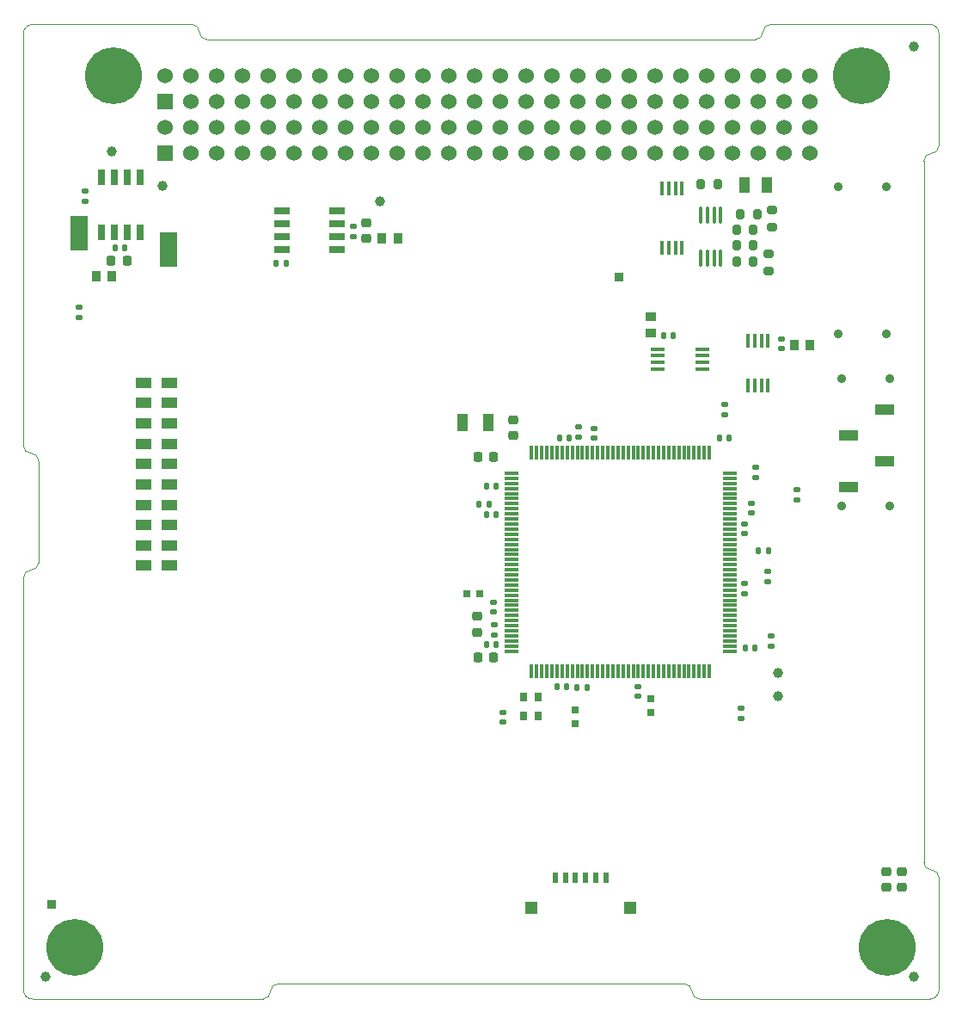
<source format=gbs>
%TF.GenerationSoftware,KiCad,Pcbnew,6.0.9*%
%TF.CreationDate,2023-07-28T14:51:25+03:00*%
%TF.ProjectId,obc-adcs-board,6f62632d-6164-4637-932d-626f6172642e,rev?*%
%TF.SameCoordinates,PX3e2df80PY83e4a60*%
%TF.FileFunction,Soldermask,Bot*%
%TF.FilePolarity,Negative*%
%FSLAX46Y46*%
G04 Gerber Fmt 4.6, Leading zero omitted, Abs format (unit mm)*
G04 Created by KiCad (PCBNEW 6.0.9) date 2023-07-28 14:51:25*
%MOMM*%
%LPD*%
G01*
G04 APERTURE LIST*
G04 Aperture macros list*
%AMRoundRect*
0 Rectangle with rounded corners*
0 $1 Rounding radius*
0 $2 $3 $4 $5 $6 $7 $8 $9 X,Y pos of 4 corners*
0 Add a 4 corners polygon primitive as box body*
4,1,4,$2,$3,$4,$5,$6,$7,$8,$9,$2,$3,0*
0 Add four circle primitives for the rounded corners*
1,1,$1+$1,$2,$3*
1,1,$1+$1,$4,$5*
1,1,$1+$1,$6,$7*
1,1,$1+$1,$8,$9*
0 Add four rect primitives between the rounded corners*
20,1,$1+$1,$2,$3,$4,$5,0*
20,1,$1+$1,$4,$5,$6,$7,0*
20,1,$1+$1,$6,$7,$8,$9,0*
20,1,$1+$1,$8,$9,$2,$3,0*%
G04 Aperture macros list end*
%TA.AperFunction,Profile*%
%ADD10C,0.100000*%
%TD*%
%ADD11C,5.600000*%
%ADD12C,0.900000*%
%ADD13R,0.850000X0.850000*%
%ADD14R,1.530000X1.530000*%
%ADD15C,1.530000*%
%ADD16R,0.450000X1.475000*%
%ADD17RoundRect,0.135000X-0.185000X0.135000X-0.185000X-0.135000X0.185000X-0.135000X0.185000X0.135000X0*%
%ADD18R,1.780000X3.430000*%
%ADD19R,1.475000X0.300000*%
%ADD20R,0.300000X1.475000*%
%ADD21RoundRect,0.200000X-0.200000X-0.275000X0.200000X-0.275000X0.200000X0.275000X-0.200000X0.275000X0*%
%ADD22RoundRect,0.140000X0.170000X-0.140000X0.170000X0.140000X-0.170000X0.140000X-0.170000X-0.140000X0*%
%ADD23RoundRect,0.135000X0.185000X-0.135000X0.185000X0.135000X-0.185000X0.135000X-0.185000X-0.135000X0*%
%ADD24R,0.550000X1.000000*%
%ADD25R,1.260000X1.300000*%
%ADD26RoundRect,0.225000X0.225000X0.250000X-0.225000X0.250000X-0.225000X-0.250000X0.225000X-0.250000X0*%
%ADD27RoundRect,0.200000X0.200000X0.275000X-0.200000X0.275000X-0.200000X-0.275000X0.200000X-0.275000X0*%
%ADD28RoundRect,0.140000X-0.170000X0.140000X-0.170000X-0.140000X0.170000X-0.140000X0.170000X0.140000X0*%
%ADD29R,0.650000X1.528000*%
%ADD30R,1.400000X0.450000*%
%ADD31RoundRect,0.100000X-0.100000X0.712500X-0.100000X-0.712500X0.100000X-0.712500X0.100000X0.712500X0*%
%ADD32RoundRect,0.225000X0.250000X-0.225000X0.250000X0.225000X-0.250000X0.225000X-0.250000X-0.225000X0*%
%ADD33RoundRect,0.140000X-0.140000X-0.170000X0.140000X-0.170000X0.140000X0.170000X-0.140000X0.170000X0*%
%ADD34C,1.000000*%
%ADD35RoundRect,0.225000X-0.250000X0.225000X-0.250000X-0.225000X0.250000X-0.225000X0.250000X0.225000X0*%
%ADD36R,1.000000X1.800000*%
%ADD37RoundRect,0.140000X0.140000X0.170000X-0.140000X0.170000X-0.140000X-0.170000X0.140000X-0.170000X0*%
%ADD38R,1.905000X1.020000*%
%ADD39R,0.940000X1.010000*%
%ADD40R,0.940000X1.020000*%
%ADD41R,0.450000X1.400000*%
%ADD42R,1.010000X0.940000*%
%ADD43RoundRect,0.200000X0.275000X-0.200000X0.275000X0.200000X-0.275000X0.200000X-0.275000X-0.200000X0*%
%ADD44RoundRect,0.225000X-0.225000X-0.250000X0.225000X-0.250000X0.225000X0.250000X-0.225000X0.250000X0*%
%ADD45R,0.700000X0.650000*%
%ADD46R,0.650000X0.700000*%
%ADD47R,1.000000X1.500000*%
%ADD48RoundRect,0.135000X-0.135000X-0.185000X0.135000X-0.185000X0.135000X0.185000X-0.135000X0.185000X0*%
%ADD49RoundRect,0.200000X-0.275000X0.200000X-0.275000X-0.200000X0.275000X-0.200000X0.275000X0.200000X0*%
%ADD50RoundRect,0.135000X0.135000X0.185000X-0.135000X0.185000X-0.135000X-0.185000X0.135000X-0.185000X0*%
%ADD51R,1.528000X0.650000*%
%ADD52R,0.800000X0.900000*%
%ADD53R,1.500000X1.000000*%
G04 APERTURE END LIST*
D10*
X1600000Y43065000D02*
X1600000Y53065000D01*
X66685000Y120000D02*
X89370000Y120000D01*
X850000Y42315000D02*
G75*
G03*
X100000Y41565000I0J-750000D01*
G01*
X65935000Y870000D02*
G75*
G03*
X65185000Y1620000I-750000J0D01*
G01*
X72185000Y94510000D02*
G75*
G03*
X72935000Y95260000I0J750000D01*
G01*
X90270000Y12065000D02*
X90270000Y1020000D01*
X850000Y42315000D02*
G75*
G03*
X1600000Y43065000I0J750000D01*
G01*
X25185000Y1620000D02*
G75*
G03*
X24435000Y870000I0J-750000D01*
G01*
X18185000Y94510000D02*
X72185000Y94510000D01*
X100000Y41565000D02*
X100000Y1010000D01*
X73685000Y96010000D02*
G75*
G03*
X72935000Y95260000I0J-750000D01*
G01*
X1000000Y96010000D02*
G75*
G03*
X100000Y95110000I0J-900000D01*
G01*
X100000Y1010000D02*
G75*
G03*
X1000000Y110000I900000J0D01*
G01*
X88770000Y13565000D02*
X88770000Y82565000D01*
X90270000Y12065000D02*
G75*
G03*
X89520000Y12815000I-750000J0D01*
G01*
X89520000Y83315000D02*
G75*
G03*
X88770000Y82565000I0J-750000D01*
G01*
X88770000Y13565000D02*
G75*
G03*
X89520000Y12815000I750000J0D01*
G01*
X25185000Y1620000D02*
X65185000Y1620000D01*
X73685000Y96010000D02*
X89370000Y96010000D01*
X89520000Y83315000D02*
G75*
G03*
X90270000Y84065000I0J750000D01*
G01*
X89370000Y120000D02*
G75*
G03*
X90270000Y1020000I0J900000D01*
G01*
X1600000Y53065000D02*
G75*
G03*
X850000Y53815000I-750000J0D01*
G01*
X23685000Y120000D02*
G75*
G03*
X24435000Y870000I0J750000D01*
G01*
X90270000Y95110000D02*
G75*
G03*
X89370000Y96010000I-900000J0D01*
G01*
X17435000Y95260000D02*
G75*
G03*
X18185000Y94510000I750000J0D01*
G01*
X100000Y54565000D02*
G75*
G03*
X850000Y53815000I750000J0D01*
G01*
X1000000Y96010000D02*
X16685000Y96010000D01*
X90270000Y95110000D02*
X90270000Y84065000D01*
X100000Y95110000D02*
X100000Y54565000D01*
X17435000Y95260000D02*
G75*
G03*
X16685000Y96010000I-750000J0D01*
G01*
X23685000Y120000D02*
X1000000Y110000D01*
X65935000Y870000D02*
G75*
G03*
X66685000Y120000I750000J0D01*
G01*
D11*
%TO.C,H4*%
X82630000Y90930000D03*
%TD*%
%TO.C,H1*%
X5180000Y5190000D03*
%TD*%
D12*
%TO.C,J12*%
X80350000Y80050000D03*
X85100000Y65550000D03*
X85100000Y80050000D03*
X80350000Y65550000D03*
%TD*%
D11*
%TO.C,H3*%
X85170000Y5210000D03*
%TD*%
%TO.C,H2*%
X8990000Y90930000D03*
%TD*%
D13*
%TO.C,J32*%
X2910000Y9450000D03*
%TD*%
D12*
%TO.C,J7*%
X80650000Y61150000D03*
X80650000Y48650000D03*
X85400000Y48650000D03*
X85400000Y61150000D03*
%TD*%
D14*
%TO.C,J1*%
X14048000Y83309000D03*
D15*
X14048000Y85849000D03*
X16588000Y83309000D03*
X16588000Y85849000D03*
X19128000Y83309000D03*
X19128000Y85849000D03*
X21668000Y83309000D03*
X21668000Y85849000D03*
X24208000Y83309000D03*
X24208000Y85849000D03*
X26748000Y83309000D03*
X26748000Y85849000D03*
X29288000Y83309000D03*
X29288000Y85849000D03*
X31828000Y83309000D03*
X31828000Y85849000D03*
X34368000Y83309000D03*
X34368000Y85849000D03*
X36908000Y83309000D03*
X36908000Y85849000D03*
X39448000Y83309000D03*
X39448000Y85849000D03*
X41988000Y83309000D03*
X41988000Y85849000D03*
X44528000Y83309000D03*
X44528000Y85849000D03*
X47068000Y83309000D03*
X47068000Y85849000D03*
X49608000Y83309000D03*
X49608000Y85849000D03*
X52148000Y83309000D03*
X52148000Y85849000D03*
X54688000Y83309000D03*
X54688000Y85849000D03*
X57228000Y83309000D03*
X57228000Y85849000D03*
X59768000Y83309000D03*
X59768000Y85849000D03*
X62308000Y83309000D03*
X62308000Y85849000D03*
X64848000Y83309000D03*
X64848000Y85849000D03*
X67388000Y83309000D03*
X67388000Y85849000D03*
X69928000Y83309000D03*
X69928000Y85849000D03*
X72468000Y83309000D03*
X72468000Y85849000D03*
X75008000Y83309000D03*
X75008000Y85849000D03*
X77548000Y83309000D03*
X77548000Y85849000D03*
%TD*%
D14*
%TO.C,J5*%
X14048000Y88389000D03*
D15*
X14048000Y90929000D03*
X16588000Y88389000D03*
X16588000Y90929000D03*
X19128000Y88389000D03*
X19128000Y90929000D03*
X21668000Y88389000D03*
X21668000Y90929000D03*
X24208000Y88389000D03*
X24208000Y90929000D03*
X26748000Y88389000D03*
X26748000Y90929000D03*
X29288000Y88389000D03*
X29288000Y90929000D03*
X31828000Y88389000D03*
X31828000Y90929000D03*
X34368000Y88389000D03*
X34368000Y90929000D03*
X36908000Y88389000D03*
X36908000Y90929000D03*
X39448000Y88389000D03*
X39448000Y90929000D03*
X41988000Y88389000D03*
X41988000Y90929000D03*
X44528000Y88389000D03*
X44528000Y90929000D03*
X47068000Y88389000D03*
X47068000Y90929000D03*
X49608000Y88389000D03*
X49608000Y90929000D03*
X52148000Y88389000D03*
X52148000Y90929000D03*
X54688000Y88389000D03*
X54688000Y90929000D03*
X57228000Y88389000D03*
X57228000Y90929000D03*
X59768000Y88389000D03*
X59768000Y90929000D03*
X62308000Y88389000D03*
X62308000Y90929000D03*
X64848000Y88389000D03*
X64848000Y90929000D03*
X67388000Y88389000D03*
X67388000Y90929000D03*
X69928000Y88389000D03*
X69928000Y90929000D03*
X72468000Y88389000D03*
X72468000Y90929000D03*
X75008000Y88389000D03*
X75008000Y90929000D03*
X77548000Y88389000D03*
X77548000Y90929000D03*
%TD*%
D16*
%TO.C,Q2*%
X63025000Y79888000D03*
X63675000Y79888000D03*
X64325000Y79888000D03*
X64975000Y79888000D03*
X64975000Y74012000D03*
X64325000Y74012000D03*
X63675000Y74012000D03*
X63025000Y74012000D03*
%TD*%
D17*
%TO.C,R9*%
X70800000Y28770000D03*
X70800000Y27750000D03*
%TD*%
D18*
%TO.C,TP53*%
X5620000Y75500000D03*
%TD*%
D19*
%TO.C,U14*%
X48162000Y34350000D03*
X48162000Y34850000D03*
X48162000Y35350000D03*
X48162000Y35850000D03*
X48162000Y36350000D03*
X48162000Y36850000D03*
X48162000Y37350000D03*
X48162000Y37850000D03*
X48162000Y38350000D03*
X48162000Y38850000D03*
X48162000Y39350000D03*
X48162000Y39850000D03*
X48162000Y40350000D03*
X48162000Y40850000D03*
X48162000Y41350000D03*
X48162000Y41850000D03*
X48162000Y42350000D03*
X48162000Y42850000D03*
X48162000Y43350000D03*
X48162000Y43850000D03*
X48162000Y44350000D03*
X48162000Y44850000D03*
X48162000Y45350000D03*
X48162000Y45850000D03*
X48162000Y46350000D03*
X48162000Y46850000D03*
X48162000Y47350000D03*
X48162000Y47850000D03*
X48162000Y48350000D03*
X48162000Y48850000D03*
X48162000Y49350000D03*
X48162000Y49850000D03*
X48162000Y50350000D03*
X48162000Y50850000D03*
X48162000Y51350000D03*
X48162000Y51850000D03*
D20*
X50150000Y53838000D03*
X50650000Y53838000D03*
X51150000Y53838000D03*
X51650000Y53838000D03*
X52150000Y53838000D03*
X52650000Y53838000D03*
X53150000Y53838000D03*
X53650000Y53838000D03*
X54150000Y53838000D03*
X54650000Y53838000D03*
X55150000Y53838000D03*
X55650000Y53838000D03*
X56150000Y53838000D03*
X56650000Y53838000D03*
X57150000Y53838000D03*
X57650000Y53838000D03*
X58150000Y53838000D03*
X58650000Y53838000D03*
X59150000Y53838000D03*
X59650000Y53838000D03*
X60150000Y53838000D03*
X60650000Y53838000D03*
X61150000Y53838000D03*
X61650000Y53838000D03*
X62150000Y53838000D03*
X62650000Y53838000D03*
X63150000Y53838000D03*
X63650000Y53838000D03*
X64150000Y53838000D03*
X64650000Y53838000D03*
X65150000Y53838000D03*
X65650000Y53838000D03*
X66150000Y53838000D03*
X66650000Y53838000D03*
X67150000Y53838000D03*
X67650000Y53838000D03*
D19*
X69638000Y51850000D03*
X69638000Y51350000D03*
X69638000Y50850000D03*
X69638000Y50350000D03*
X69638000Y49850000D03*
X69638000Y49350000D03*
X69638000Y48850000D03*
X69638000Y48350000D03*
X69638000Y47850000D03*
X69638000Y47350000D03*
X69638000Y46850000D03*
X69638000Y46350000D03*
X69638000Y45850000D03*
X69638000Y45350000D03*
X69638000Y44850000D03*
X69638000Y44350000D03*
X69638000Y43850000D03*
X69638000Y43350000D03*
X69638000Y42850000D03*
X69638000Y42350000D03*
X69638000Y41850000D03*
X69638000Y41350000D03*
X69638000Y40850000D03*
X69638000Y40350000D03*
X69638000Y39850000D03*
X69638000Y39350000D03*
X69638000Y38850000D03*
X69638000Y38350000D03*
X69638000Y37850000D03*
X69638000Y37350000D03*
X69638000Y36850000D03*
X69638000Y36350000D03*
X69638000Y35850000D03*
X69638000Y35350000D03*
X69638000Y34850000D03*
X69638000Y34350000D03*
D20*
X67650000Y32362000D03*
X67150000Y32362000D03*
X66650000Y32362000D03*
X66150000Y32362000D03*
X65650000Y32362000D03*
X65150000Y32362000D03*
X64650000Y32362000D03*
X64150000Y32362000D03*
X63650000Y32362000D03*
X63150000Y32362000D03*
X62650000Y32362000D03*
X62150000Y32362000D03*
X61650000Y32362000D03*
X61150000Y32362000D03*
X60650000Y32362000D03*
X60150000Y32362000D03*
X59650000Y32362000D03*
X59150000Y32362000D03*
X58650000Y32362000D03*
X58150000Y32362000D03*
X57650000Y32362000D03*
X57150000Y32362000D03*
X56650000Y32362000D03*
X56150000Y32362000D03*
X55650000Y32362000D03*
X55150000Y32362000D03*
X54650000Y32362000D03*
X54150000Y32362000D03*
X53650000Y32362000D03*
X53150000Y32362000D03*
X52650000Y32362000D03*
X52150000Y32362000D03*
X51650000Y32362000D03*
X51150000Y32362000D03*
X50650000Y32362000D03*
X50150000Y32362000D03*
%TD*%
D21*
%TO.C,R32*%
X70325000Y75800000D03*
X71975000Y75800000D03*
%TD*%
D22*
%TO.C,C35*%
X56300000Y55320000D03*
X56300000Y56280000D03*
%TD*%
D23*
%TO.C,R23*%
X76250000Y49240000D03*
X76250000Y50260000D03*
%TD*%
D24*
%TO.C,J20*%
X57470000Y12065000D03*
X56470000Y12065000D03*
X55470000Y12065000D03*
X54470000Y12065000D03*
X53470000Y12065000D03*
X52470000Y12065000D03*
D25*
X59845000Y9075000D03*
X50095000Y9075000D03*
%TD*%
D26*
%TO.C,C21*%
X46425000Y53438000D03*
X44875000Y53438000D03*
%TD*%
D27*
%TO.C,R30*%
X72375000Y77350000D03*
X70725000Y77350000D03*
%TD*%
D23*
%TO.C,R123*%
X6200000Y78590000D03*
X6200000Y79610000D03*
%TD*%
D28*
%TO.C,C19*%
X74750000Y65080000D03*
X74750000Y64120000D03*
%TD*%
D27*
%TO.C,R31*%
X71975000Y72700000D03*
X70325000Y72700000D03*
%TD*%
D26*
%TO.C,C38*%
X46375000Y33750000D03*
X44825000Y33750000D03*
%TD*%
D17*
%TO.C,R10*%
X73710000Y35850000D03*
X73710000Y34830000D03*
%TD*%
D29*
%TO.C,U11*%
X11605000Y75549000D03*
X10335000Y75549000D03*
X9065000Y75549000D03*
X7795000Y75549000D03*
X7795000Y80971000D03*
X9065000Y80971000D03*
X10335000Y80971000D03*
X11605000Y80971000D03*
%TD*%
D30*
%TO.C,U13*%
X67000000Y64075000D03*
X67000000Y63425000D03*
X67000000Y62775000D03*
X67000000Y62125000D03*
X62600000Y62125000D03*
X62600000Y62775000D03*
X62600000Y63425000D03*
X62600000Y64075000D03*
%TD*%
D31*
%TO.C,U15*%
X66825000Y77212500D03*
X67475000Y77212500D03*
X68125000Y77212500D03*
X68775000Y77212500D03*
X68775000Y72987500D03*
X68125000Y72987500D03*
X67475000Y72987500D03*
X66825000Y72987500D03*
%TD*%
D28*
%TO.C,C33*%
X60625000Y30880000D03*
X60625000Y29920000D03*
%TD*%
D32*
%TO.C,C24*%
X48300000Y55575000D03*
X48300000Y57125000D03*
%TD*%
D22*
%TO.C,C40*%
X71150000Y40020000D03*
X71150000Y40980000D03*
%TD*%
D33*
%TO.C,C20*%
X63120000Y65400000D03*
X64080000Y65400000D03*
%TD*%
D28*
%TO.C,C26*%
X46400000Y39180000D03*
X46400000Y38220000D03*
%TD*%
D34*
%TO.C,TP52*%
X35200000Y78600000D03*
%TD*%
D35*
%TO.C,C30*%
X44750000Y37775000D03*
X44750000Y36225000D03*
%TD*%
D33*
%TO.C,C18*%
X9150000Y74020000D03*
X10110000Y74020000D03*
%TD*%
D23*
%TO.C,R20*%
X73400000Y41140000D03*
X73400000Y42160000D03*
%TD*%
D32*
%TO.C,C101*%
X86600000Y11125000D03*
X86600000Y12675000D03*
%TD*%
D34*
%TO.C,FID2*%
X2300000Y2300000D03*
%TD*%
D33*
%TO.C,C41*%
X71170000Y34650000D03*
X72130000Y34650000D03*
%TD*%
D36*
%TO.C,Y1*%
X43350000Y56800000D03*
X45850000Y56800000D03*
%TD*%
D32*
%TO.C,C92*%
X33900000Y74925000D03*
X33900000Y76475000D03*
%TD*%
D34*
%TO.C,TP30*%
X74400000Y32200000D03*
%TD*%
D28*
%TO.C,C91*%
X47350000Y28330000D03*
X47350000Y27370000D03*
%TD*%
D37*
%TO.C,C28*%
X45940000Y48810000D03*
X44980000Y48810000D03*
%TD*%
D38*
%TO.C,J18*%
X84878000Y58110000D03*
X81322000Y55570000D03*
X84878000Y53030000D03*
X81322000Y50490000D03*
%TD*%
D39*
%TO.C,F8*%
X77590000Y64450000D03*
X76010000Y64450000D03*
%TD*%
D40*
%TO.C,F7*%
X7260000Y71200000D03*
X8840000Y71200000D03*
%TD*%
D33*
%TO.C,C23*%
X52670000Y30825000D03*
X53630000Y30825000D03*
%TD*%
D41*
%TO.C,U12*%
X73425000Y60450000D03*
X72775000Y60450000D03*
X72125000Y60450000D03*
X71475000Y60450000D03*
X71475000Y64850000D03*
X72125000Y64850000D03*
X72775000Y64850000D03*
X73425000Y64850000D03*
%TD*%
D33*
%TO.C,C31*%
X52870000Y55350000D03*
X53830000Y55350000D03*
%TD*%
D23*
%TO.C,R24*%
X72200000Y51390000D03*
X72200000Y52410000D03*
%TD*%
D32*
%TO.C,C99*%
X85100000Y11125000D03*
X85100000Y12675000D03*
%TD*%
D42*
%TO.C,F9*%
X61850000Y67240000D03*
X61850000Y65660000D03*
%TD*%
D43*
%TO.C,R29*%
X73450000Y71775000D03*
X73450000Y73425000D03*
%TD*%
D34*
%TO.C,TP13*%
X74400000Y29900000D03*
%TD*%
D28*
%TO.C,C37*%
X71150000Y46880000D03*
X71150000Y45920000D03*
%TD*%
D44*
%TO.C,C94*%
X8755000Y72770000D03*
X10305000Y72770000D03*
%TD*%
D45*
%TO.C,FL3*%
X61900000Y28325000D03*
X61900000Y29675000D03*
%TD*%
D46*
%TO.C,FL1*%
X43725000Y40000000D03*
X45075000Y40000000D03*
%TD*%
D40*
%TO.C,F6*%
X36990000Y75000000D03*
X35410000Y75000000D03*
%TD*%
D37*
%TO.C,C22*%
X55580000Y30800000D03*
X54620000Y30800000D03*
%TD*%
D47*
%TO.C,F10*%
X73300000Y80250000D03*
X71100000Y80250000D03*
%TD*%
D18*
%TO.C,TP54*%
X14400000Y73900000D03*
%TD*%
D48*
%TO.C,R122*%
X24990000Y72500000D03*
X26010000Y72500000D03*
%TD*%
D17*
%TO.C,R14*%
X54800000Y56410000D03*
X54800000Y55390000D03*
%TD*%
D23*
%TO.C,R15*%
X69150000Y57590000D03*
X69150000Y58610000D03*
%TD*%
D21*
%TO.C,R33*%
X70325000Y74250000D03*
X71975000Y74250000D03*
%TD*%
D49*
%TO.C,R28*%
X73800000Y77725000D03*
X73800000Y76075000D03*
%TD*%
D37*
%TO.C,C32*%
X46680000Y50550000D03*
X45720000Y50550000D03*
%TD*%
D50*
%TO.C,R26*%
X73460000Y44200000D03*
X72440000Y44200000D03*
%TD*%
D13*
%TO.C,J31*%
X58740000Y71120000D03*
%TD*%
D28*
%TO.C,C39*%
X46450000Y36910000D03*
X46450000Y35950000D03*
%TD*%
D34*
%TO.C,FID3*%
X87800000Y93800000D03*
%TD*%
D37*
%TO.C,C42*%
X46680000Y35000000D03*
X45720000Y35000000D03*
%TD*%
D17*
%TO.C,R11*%
X5550000Y68150000D03*
X5550000Y67130000D03*
%TD*%
D51*
%TO.C,U10*%
X31011000Y77705000D03*
X31011000Y76435000D03*
X31011000Y75165000D03*
X31011000Y73895000D03*
X25589000Y73895000D03*
X25589000Y75165000D03*
X25589000Y76435000D03*
X25589000Y77705000D03*
%TD*%
D52*
%TO.C,Y2*%
X49325000Y27975000D03*
X49325000Y29825000D03*
X50775000Y29825000D03*
X50775000Y27975000D03*
%TD*%
D33*
%TO.C,C34*%
X68620000Y55350000D03*
X69580000Y55350000D03*
%TD*%
D22*
%TO.C,C36*%
X71750000Y47920000D03*
X71750000Y48880000D03*
%TD*%
D21*
%TO.C,R34*%
X66825000Y80300000D03*
X68475000Y80300000D03*
%TD*%
D37*
%TO.C,C29*%
X46680000Y47800000D03*
X45720000Y47800000D03*
%TD*%
D53*
%TO.C,J19*%
X14470000Y60750000D03*
X14470000Y58750000D03*
X14470000Y56750000D03*
X14470000Y54750000D03*
X14470000Y52750000D03*
X14470000Y50750000D03*
X14470000Y48750000D03*
X14470000Y46750000D03*
X14470000Y44750000D03*
X14470000Y42750000D03*
X11970000Y60750000D03*
X11970000Y58750000D03*
X11970000Y56750000D03*
X11970000Y54750000D03*
X11970000Y52750000D03*
X11970000Y50750000D03*
X11970000Y48750000D03*
X11970000Y46750000D03*
X11970000Y44750000D03*
X11970000Y42750000D03*
%TD*%
D45*
%TO.C,FL2*%
X54450000Y27225000D03*
X54450000Y28575000D03*
%TD*%
D34*
%TO.C,TP56*%
X8830000Y83540000D03*
%TD*%
%TO.C,TP55*%
X13790000Y80130000D03*
%TD*%
%TO.C,FID1*%
X87800000Y2300000D03*
%TD*%
D22*
%TO.C,C17*%
X32600000Y75170000D03*
X32600000Y76130000D03*
%TD*%
M02*

</source>
